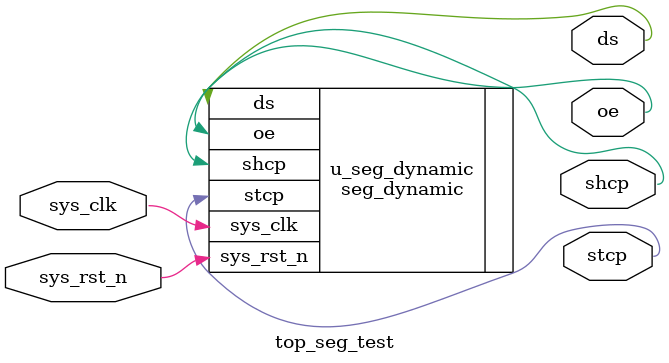
<source format=v>
module top_seg_test(
    input wire sys_clk,
    input wire sys_rst_n,
    
    output wire shcp,
    output wire stcp,
    output wire ds,
    output wire oe
);

    seg_dynamic u_seg_dynamic(
        .sys_clk(sys_clk),
        .sys_rst_n(sys_rst_n),
        .shcp(shcp),
        .stcp(stcp),
        .ds(ds),
        .oe(oe)
    );

endmodule

</source>
